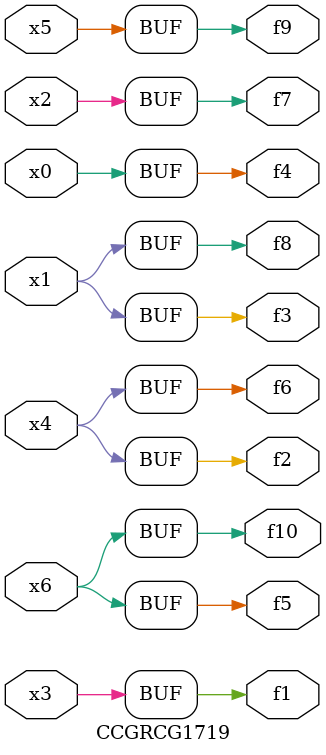
<source format=v>
module CCGRCG1719(
	input x0, x1, x2, x3, x4, x5, x6,
	output f1, f2, f3, f4, f5, f6, f7, f8, f9, f10
);
	assign f1 = x3;
	assign f2 = x4;
	assign f3 = x1;
	assign f4 = x0;
	assign f5 = x6;
	assign f6 = x4;
	assign f7 = x2;
	assign f8 = x1;
	assign f9 = x5;
	assign f10 = x6;
endmodule

</source>
